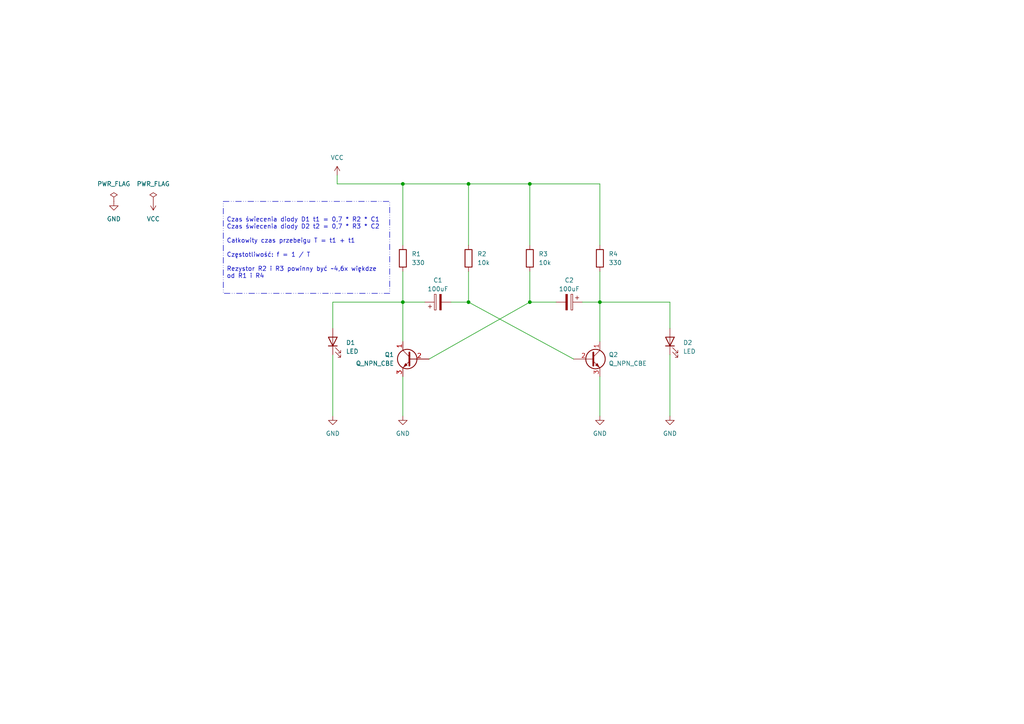
<source format=kicad_sch>
(kicad_sch (version 20230121) (generator eeschema)
  (paper "A4")
  (title_block (title "Multiwibrator Astabilny") (rev "V1"))
  (lib_symbols
    (symbol "C_Polarized_1" (pin_numbers hide) (pin_names (offset 0.254) hide)
      (property "Reference" "C" (at 0.635 2.54 0))
      (property "Value" "C_Polarized" (at 0.635 -2.54 0))
      (symbol "C_Polarized_1_0_1"
        (rectangle (start -2.286 0.508) (end 2.286 1.016))
        (polyline (pts (xy -1.778 2.286) (xy -0.762 2.286)))
        (polyline (pts (xy -1.27 2.794) (xy -1.27 1.778)))
        (rectangle (start 2.286 -0.508) (end -2.286 -1.016) (fill (type outline)))
      )
      (symbol "C_Polarized_1_1_1"
        (pin passive line (at 0 3.81 270) (length 2.794) (name "~") (number "1"))
        (pin passive line (at 0 -3.81 90) (length 2.794) (name "~") (number "2"))
      )
    )
    (symbol "Device:C_Polarized" (pin_numbers hide) (pin_names (offset 0.254))
      (property "Reference" "C" (at 0.635 2.54 0))
      (property "Value" "C_Polarized" (at 0.635 -2.54 0))
      (symbol "C_Polarized_0_1"
        (rectangle (start -2.286 0.508) (end 2.286 1.016))
        (polyline (pts (xy -1.778 2.286) (xy -0.762 2.286)))
        (polyline (pts (xy -1.27 2.794) (xy -1.27 1.778)))
        (rectangle (start 2.286 -0.508) (end -2.286 -1.016) (fill (type outline)))
      )
      (symbol "C_Polarized_1_1"
        (pin passive line (at 0 3.81 270) (length 2.794) (name "~") (number "1"))
        (pin passive line (at 0 -3.81 90) (length 2.794) (name "~") (number "2"))
      )
    )
    (symbol "Device:LED" (pin_numbers hide) (pin_names (offset 1.016) hide)
      (property "Reference" "D" (at 0 2.54 0))
      (property "Value" "LED" (at 0 -2.54 0))
      (symbol "LED_0_1"
        (polyline (pts (xy -1.27 -1.27) (xy -1.27 1.27)) (stroke (width 0.254)))
        (polyline (pts (xy -1.27 0) (xy 1.27 0)))
        (polyline (pts (xy 1.27 -1.27) (xy 1.27 1.27) (xy -1.27 0) (xy 1.27 -1.27)) (stroke (width 0.254)))
        (polyline (pts (xy -3.048 -0.762) (xy -4.572 -2.286) (xy -3.81 -2.286) (xy -4.572 -2.286) (xy -4.572 -1.524)))
        (polyline (pts (xy -1.778 -0.762) (xy -3.302 -2.286) (xy -2.54 -2.286) (xy -3.302 -2.286) (xy -3.302 -1.524)))
      )
      (symbol "LED_1_1"
        (pin passive line (at -3.81 0 0) (length 2.54) (name "K") (number "1"))
        (pin passive line (at 3.81 0 180) (length 2.54) (name "A") (number "2"))
      )
    )
    (symbol "Device:Q_NPN_CBE" (pin_names (offset 0) hide)
      (property "Reference" "Q" (at 5.08 1.27 0))
      (property "Value" "Q_NPN_CBE" (at 5.08 -1.27 0))
      (symbol "Q_NPN_CBE_0_1"
        (polyline (pts (xy 0.635 0.635) (xy 2.54 2.54)))
        (polyline (pts (xy 0.635 -0.635) (xy 2.54 -2.54) (xy 2.54 -2.54)))
        (polyline (pts (xy 0.635 1.905) (xy 0.635 -1.905) (xy 0.635 -1.905)) (stroke (width 0.508)))
        (polyline (pts (xy 1.27 -1.778) (xy 1.778 -1.27) (xy 2.286 -2.286) (xy 1.27 -1.778) (xy 1.27 -1.778)) (fill (type outline)))
        (circle (center 1.27 0) (radius 2.8194) (stroke (width 0.254)))
      )
      (symbol "Q_NPN_CBE_1_1"
        (pin passive line (at 2.54 5.08 270) (length 2.54) (name "C") (number "1"))
        (pin input line (at -5.08 0 0) (length 5.715) (name "B") (number "2"))
        (pin passive line (at 2.54 -5.08 90) (length 2.54) (name "E") (number "3"))
      )
    )
    (symbol "Device:R" (pin_numbers hide) (pin_names (offset 0))
      (property "Reference" "R" (at 2.032 0 90))
      (property "Value" "R" (at 0 0 90))
      (symbol "R_0_1"
        (rectangle (start -1.016 -2.54) (end 1.016 2.54) (stroke (width 0.254)))
      )
      (symbol "R_1_1"
        (pin passive line (at 0 3.81 270) (length 1.27) (name "~") (number "1"))
        (pin passive line (at 0 -3.81 90) (length 1.27) (name "~") (number "2"))
      )
    )
    (symbol "power:GND" (power) (pin_names (offset 0))
      (property "Value" "GND" (at 0 -3.81 0))
      (symbol "GND_0_1"
        (polyline (pts (xy 0 0) (xy 0 -1.27) (xy 1.27 -1.27) (xy 0 -2.54) (xy -1.27 -1.27) (xy 0 -1.27)))
      )
      (symbol "GND_1_1"
        (pin power_in line (at 0 0 270) (length 0) hide (name "GND") (number "1"))
      )
    )
    (symbol "power:PWR_FLAG" (power) (pin_numbers hide) (pin_names (offset 0) hide)
      (property "Value" "PWR_FLAG" (at 0 3.81 0))
      (symbol "PWR_FLAG_0_0"
        (pin power_out line (at 0 0 90) (length 0) (name "pwr") (number "1"))
      )
      (symbol "PWR_FLAG_0_1"
        (polyline (pts (xy 0 0) (xy 0 1.27) (xy -1.016 1.905) (xy 0 2.54) (xy 1.016 1.905) (xy 0 1.27)))
      )
    )
    (symbol "power:VCC" (power) (pin_names (offset 0))
      (property "Value" "VCC" (at 0 3.81 0))
      (symbol "VCC_0_1"
        (polyline (pts (xy -0.762 1.27) (xy 0 2.54)))
        (polyline (pts (xy 0 0) (xy 0 2.54)))
        (polyline (pts (xy 0 2.54) (xy 0.762 1.27)))
      )
      (symbol "VCC_1_1"
        (pin power_in line (at 0 0 90) (length 0) hide (name "VCC") (number "1"))
      )
    )
  )
  (junction (at 116.84 87.63))
  (junction (at 135.89 53.34))
  (junction (at 153.67 53.34))
  (junction (at 116.84 53.34))
  (junction (at 135.89 87.63))
  (junction (at 153.67 87.63))
  (junction (at 173.99 87.63))
  (wire (pts (xy 173.99 87.63) (xy 194.31 87.63)))
  (wire (pts (xy 153.67 78.74) (xy 153.67 87.63)))
  (wire (pts (xy 194.31 102.87) (xy 194.31 120.65)))
  (wire (pts (xy 173.99 53.34) (xy 153.67 53.34)))
  (wire (pts (xy 161.29 87.63) (xy 153.67 87.63)))
  (wire (pts (xy 173.99 71.12) (xy 173.99 53.34)))
  (wire (pts (xy 166.37 104.14) (xy 135.89 87.63)))
  (wire (pts (xy 135.89 53.34) (xy 135.89 71.12)))
  (wire (pts (xy 124.46 104.14) (xy 153.67 87.63)))
  (wire (pts (xy 96.52 87.63) (xy 96.52 95.25)))
  (wire (pts (xy 116.84 78.74) (xy 116.84 87.63)))
  (wire (pts (xy 116.84 87.63) (xy 123.19 87.63)))
  (wire (pts (xy 173.99 120.65) (xy 173.99 109.22)))
  (wire (pts (xy 116.84 87.63) (xy 116.84 99.06)))
  (wire (pts (xy 116.84 53.34) (xy 116.84 71.12)))
  (wire (pts (xy 194.31 87.63) (xy 194.31 95.25)))
  (wire (pts (xy 116.84 120.65) (xy 116.84 109.22)))
  (wire (pts (xy 97.79 50.8) (xy 97.79 53.34)))
  (wire (pts (xy 116.84 87.63) (xy 96.52 87.63)))
  (wire (pts (xy 153.67 53.34) (xy 153.67 71.12)))
  (wire (pts (xy 116.84 53.34) (xy 97.79 53.34)))
  (wire (pts (xy 135.89 53.34) (xy 116.84 53.34)))
  (wire (pts (xy 168.91 87.63) (xy 173.99 87.63)))
  (wire (pts (xy 173.99 87.63) (xy 173.99 99.06)))
  (wire (pts (xy 96.52 102.87) (xy 96.52 120.65)))
  (wire (pts (xy 135.89 87.63) (xy 130.81 87.63)))
  (wire (pts (xy 153.67 53.34) (xy 135.89 53.34)))
  (wire (pts (xy 135.89 78.74) (xy 135.89 87.63)))
  (wire (pts (xy 173.99 78.74) (xy 173.99 87.63)))
  (text_box "Czas świecenia diody D1 t1 = 0,7 * R2 * C1\nCzas świecenia diody D2 t2 = 0,7 * R3 * C2\n\nCałkowity czas przebeigu T = t1 + t1\n\nCzęstotliwość: f = 1 / T\n\nRezystor R2 i R3 powinny być ~4,6x więkdze od R1 i R4" (at 64.77 58.42 0) (size 48.26 26.67) (stroke (width 0) (type dash_dot_dot)) (effects (font (size 1.27 1.27)) (justify left)))
  (symbol (lib_id "Device:R") (at 153.67 74.93 0) (unit 1)
    (property "Reference" "R3" (at 156.21 73.66 0) (effects (justify left)))
    (property "Value" "10k" (at 156.21 76.2 0) (effects (justify left)))
  )
  (symbol (lib_id "Device:R") (at 116.84 74.93 0) (unit 1)
    (property "Reference" "R1" (at 119.38 73.66 0) (effects (justify left)))
    (property "Value" "330" (at 119.38 76.2 0) (effects (justify left)))
    (property "Sim.Device" "R" (effects hide))
    (property "Sim.Pins" "1=+ 2=-" (effects hide))
  )
  (symbol (lib_id "power:GND") (at 173.99 120.65 0) (unit 1)
    (property "Reference" "#PWR04" (effects hide))
    (property "Value" "GND" (at 173.99 125.73 0))
  )
  (symbol (lib_id "Device:R") (at 173.99 74.93 0) (unit 1)
    (property "Reference" "R4" (at 176.53 73.66 0) (effects (justify left)))
    (property "Value" "330" (at 176.53 76.2 0) (effects (justify left)))
  )
  (symbol (lib_id "power:PWR_FLAG") (at 44.45 58.42 0) (unit 1)
    (property "Reference" "#FLG02" (effects hide))
    (property "Value" "PWR_FLAG" (at 44.45 53.34 0))
  )
  (symbol (lib_id "power:PWR_FLAG") (at 33.02 58.42 0) (unit 1)
    (property "Reference" "#FLG01" (effects hide))
    (property "Value" "PWR_FLAG" (at 33.02 53.34 0))
  )
  (symbol (lib_id "Device:Q_NPN_CBE") (at 119.38 104.14 0) (mirror y) (unit 1)
    (property "Reference" "Q1" (at 114.3 102.87 0) (effects (justify left)))
    (property "Value" "Q_NPN_CBE" (at 114.3 105.41 0) (effects (justify left)))
  )
  (symbol (lib_id "Device:C_Polarized") (at 165.1 87.63 270) (unit 1)
    (property "Reference" "C2" (at 165.1 81.28 90))
    (property "Value" "100uF" (at 165.1 83.82 90))
  )
  (symbol (lib_id "power:GND") (at 96.52 120.65 0) (unit 1)
    (property "Reference" "#PWR02" (effects hide))
    (property "Value" "GND" (at 96.52 125.73 0))
  )
  (symbol (lib_id "power:GND") (at 116.84 120.65 0) (unit 1)
    (property "Reference" "#PWR03" (effects hide))
    (property "Value" "GND" (at 116.84 125.73 0))
  )
  (symbol (lib_id "power:VCC") (at 97.79 50.8 0) (unit 1)
    (property "Reference" "#PWR01" (effects hide))
    (property "Value" "VCC" (at 97.79 45.72 0))
  )
  (symbol (lib_id "Device:LED") (at 96.52 99.06 90) (unit 1)
    (property "Reference" "D1" (at 100.33 99.3775 90) (effects (justify right)))
    (property "Value" "LED" (at 100.33 101.9175 90) (effects (justify right)))
  )
  (symbol (lib_id "Device:Q_NPN_CBE") (at 171.45 104.14 0) (unit 1)
    (property "Reference" "Q2" (at 176.53 102.87 0) (effects (justify left)))
    (property "Value" "Q_NPN_CBE" (at 176.53 105.41 0) (effects (justify left)))
  )
  (symbol (lib_id "Device:LED") (at 194.31 99.06 90) (unit 1)
    (property "Reference" "D2" (at 198.12 99.3775 90) (effects (justify right)))
    (property "Value" "LED" (at 198.12 101.9175 90) (effects (justify right)))
  )
  (symbol (lib_name "C_Polarized_1") (lib_id "Device:C_Polarized") (at 127 87.63 90) (unit 1)
    (property "Reference" "C1" (at 127 81.28 90))
    (property "Value" "100uF" (at 127 83.82 90))
  )
  (symbol (lib_id "power:GND") (at 194.31 120.65 0) (unit 1)
    (property "Reference" "#PWR05" (effects hide))
    (property "Value" "GND" (at 194.31 125.73 0))
  )
  (symbol (lib_id "power:GND") (at 33.02 58.42 0) (unit 1)
    (property "Reference" "#PWR06" (effects hide))
    (property "Value" "GND" (at 33.02 63.5 0))
  )
  (symbol (lib_id "Device:R") (at 135.89 74.93 0) (unit 1)
    (property "Reference" "R2" (at 138.43 73.66 0) (effects (justify left)))
    (property "Value" "10k" (at 138.43 76.2 0) (effects (justify left)))
    (property "Sim.Device" "R" (effects hide))
    (property "Sim.Pins" "1=+ 2=-" (effects hide))
  )
  (symbol (lib_id "power:VCC") (at 44.45 58.42 180) (unit 1)
    (property "Reference" "#PWR07" (effects hide))
    (property "Value" "VCC" (at 44.45 63.5 0))
  )
)
</source>
